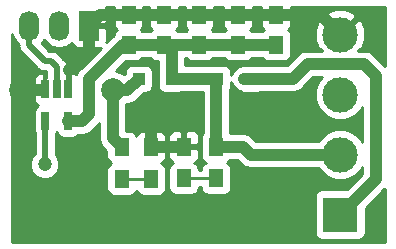
<source format=gbr>
G04 #@! TF.GenerationSoftware,KiCad,Pcbnew,5.0.0-fee4fd1~66~ubuntu18.04.1*
G04 #@! TF.CreationDate,2018-10-07T19:31:30+08:00*
G04 #@! TF.ProjectId,ws2812-stm32-interface,7773323831322D73746D33322D696E74,rev?*
G04 #@! TF.SameCoordinates,Original*
G04 #@! TF.FileFunction,Copper,L1,Top,Signal*
G04 #@! TF.FilePolarity,Positive*
%FSLAX46Y46*%
G04 Gerber Fmt 4.6, Leading zero omitted, Abs format (unit mm)*
G04 Created by KiCad (PCBNEW 5.0.0-fee4fd1~66~ubuntu18.04.1) date Sun Oct  7 19:31:30 2018*
%MOMM*%
%LPD*%
G01*
G04 APERTURE LIST*
G04 #@! TA.AperFunction,ComponentPad*
%ADD10C,3.000000*%
G04 #@! TD*
G04 #@! TA.AperFunction,ComponentPad*
%ADD11R,3.000000X3.000000*%
G04 #@! TD*
G04 #@! TA.AperFunction,SMDPad,CuDef*
%ADD12R,1.250000X1.500000*%
G04 #@! TD*
G04 #@! TA.AperFunction,SMDPad,CuDef*
%ADD13R,1.100000X1.100000*%
G04 #@! TD*
G04 #@! TA.AperFunction,SMDPad,CuDef*
%ADD14R,1.300000X1.500000*%
G04 #@! TD*
G04 #@! TA.AperFunction,SMDPad,CuDef*
%ADD15R,0.650000X1.560000*%
G04 #@! TD*
G04 #@! TA.AperFunction,ComponentPad*
%ADD16O,1.700000X2.540000*%
G04 #@! TD*
G04 #@! TA.AperFunction,ComponentPad*
%ADD17R,1.700000X2.500000*%
G04 #@! TD*
G04 #@! TA.AperFunction,ViaPad*
%ADD18C,2.000000*%
G04 #@! TD*
G04 #@! TA.AperFunction,ViaPad*
%ADD19C,0.800000*%
G04 #@! TD*
G04 #@! TA.AperFunction,ViaPad*
%ADD20C,1.200000*%
G04 #@! TD*
G04 #@! TA.AperFunction,Conductor*
%ADD21C,0.500000*%
G04 #@! TD*
G04 #@! TA.AperFunction,Conductor*
%ADD22C,1.000000*%
G04 #@! TD*
G04 #@! TA.AperFunction,Conductor*
%ADD23C,0.250000*%
G04 #@! TD*
G04 #@! TA.AperFunction,Conductor*
%ADD24C,0.254000*%
G04 #@! TD*
G04 APERTURE END LIST*
D10*
G04 #@! TO.P,J2,4*
G04 #@! TO.N,GND*
X48250000Y-15760000D03*
D11*
G04 #@! TO.P,J2,1*
G04 #@! TO.N,V_EXT_LED*
X48250000Y-31000000D03*
D10*
G04 #@! TO.P,J2,3*
G04 #@! TO.N,/PWM_TO_LED*
X48250000Y-20840000D03*
G04 #@! TO.P,J2,2*
G04 #@! TO.N,VCC*
X48250000Y-25920000D03*
G04 #@! TD*
D12*
G04 #@! TO.P,C5,2*
G04 #@! TO.N,GND*
X30337702Y-14112568D03*
G04 #@! TO.P,C5,1*
G04 #@! TO.N,VCC*
X30337702Y-16612568D03*
G04 #@! TD*
G04 #@! TO.P,C4,1*
G04 #@! TO.N,VCC*
X33337702Y-16612568D03*
G04 #@! TO.P,C4,2*
G04 #@! TO.N,GND*
X33337702Y-14112568D03*
G04 #@! TD*
G04 #@! TO.P,C3,2*
G04 #@! TO.N,GND*
X36337702Y-14112568D03*
G04 #@! TO.P,C3,1*
G04 #@! TO.N,VCC*
X36337702Y-16612568D03*
G04 #@! TD*
G04 #@! TO.P,C2,1*
G04 #@! TO.N,VCC*
X39587702Y-16612568D03*
G04 #@! TO.P,C2,2*
G04 #@! TO.N,GND*
X39587702Y-14112568D03*
G04 #@! TD*
G04 #@! TO.P,C1,2*
G04 #@! TO.N,GND*
X42837702Y-14112568D03*
G04 #@! TO.P,C1,1*
G04 #@! TO.N,VCC*
X42837702Y-16612568D03*
G04 #@! TD*
D13*
G04 #@! TO.P,D2,1*
G04 #@! TO.N,VCC*
X37850000Y-19500000D03*
G04 #@! TO.P,D2,2*
G04 #@! TO.N,V_EXT_LED*
X40650000Y-19500000D03*
G04 #@! TD*
G04 #@! TO.P,D1,2*
G04 #@! TO.N,+5V*
X31200000Y-19500000D03*
G04 #@! TO.P,D1,1*
G04 #@! TO.N,VCC*
X34000000Y-19500000D03*
G04 #@! TD*
D14*
G04 #@! TO.P,D4,1*
G04 #@! TO.N,GND*
X35000000Y-25250000D03*
G04 #@! TO.P,D4,2*
G04 #@! TO.N,Net-(D4-Pad2)*
X35000000Y-27950000D03*
G04 #@! TD*
G04 #@! TO.P,D3,2*
G04 #@! TO.N,Net-(D3-Pad2)*
X32250000Y-28000000D03*
G04 #@! TO.P,D3,1*
G04 #@! TO.N,GND*
X32250000Y-25300000D03*
G04 #@! TD*
G04 #@! TO.P,R2,1*
G04 #@! TO.N,VCC*
X37750000Y-25250000D03*
G04 #@! TO.P,R2,2*
G04 #@! TO.N,Net-(D4-Pad2)*
X37750000Y-27950000D03*
G04 #@! TD*
G04 #@! TO.P,R1,2*
G04 #@! TO.N,Net-(D3-Pad2)*
X29750000Y-28000000D03*
G04 #@! TO.P,R1,1*
G04 #@! TO.N,+5V*
X29750000Y-25300000D03*
G04 #@! TD*
D15*
G04 #@! TO.P,U1,5*
G04 #@! TO.N,VCC*
X25200000Y-23100000D03*
G04 #@! TO.P,U1,4*
G04 #@! TO.N,/PWM_TO_LED*
X23300000Y-23100000D03*
G04 #@! TO.P,U1,3*
G04 #@! TO.N,GND*
X23300000Y-20400000D03*
G04 #@! TO.P,U1,2*
G04 #@! TO.N,/MCU_LED_PWM*
X24250000Y-20400000D03*
G04 #@! TO.P,U1,1*
G04 #@! TO.N,GND*
X25200000Y-20400000D03*
G04 #@! TD*
D16*
G04 #@! TO.P,J1,3*
G04 #@! TO.N,/MCU_LED_PWM*
X21920000Y-15000000D03*
G04 #@! TO.P,J1,2*
G04 #@! TO.N,+5V*
X24460000Y-15000000D03*
D17*
G04 #@! TO.P,J1,1*
G04 #@! TO.N,GND*
X27000000Y-15000000D03*
G04 #@! TD*
D18*
G04 #@! TO.N,+5V*
X29000000Y-20500000D03*
G04 #@! TO.N,GND*
X31250000Y-22750000D03*
X21250000Y-20500000D03*
D19*
X40500000Y-23000000D03*
D20*
G04 #@! TO.N,/PWM_TO_LED*
X23250000Y-26750000D03*
G04 #@! TD*
D21*
G04 #@! TO.N,/MCU_LED_PWM*
X21920000Y-15000000D02*
X21920000Y-16670000D01*
X21920000Y-16670000D02*
X23250000Y-18000000D01*
X23250000Y-18000000D02*
X23750000Y-18000000D01*
X24250000Y-18500000D02*
X24250000Y-20400000D01*
X23750000Y-18000000D02*
X24250000Y-18500000D01*
D22*
G04 #@! TO.N,+5V*
X30200000Y-20500000D02*
X31200000Y-19500000D01*
X29000000Y-20500000D02*
X30200000Y-20500000D01*
X29000000Y-24550000D02*
X29750000Y-25300000D01*
X29000000Y-20500000D02*
X29000000Y-24550000D01*
G04 #@! TO.N,GND*
X30337702Y-14112568D02*
X33337702Y-14112568D01*
X33337702Y-14112568D02*
X36337702Y-14112568D01*
X36337702Y-14112568D02*
X39587702Y-14112568D01*
X39587702Y-14112568D02*
X42837702Y-14112568D01*
X46602568Y-14112568D02*
X48250000Y-15760000D01*
X42837702Y-14112568D02*
X46602568Y-14112568D01*
X27887432Y-14112568D02*
X27000000Y-15000000D01*
X30337702Y-14112568D02*
X27887432Y-14112568D01*
D21*
X25275001Y-18724999D02*
X25275001Y-20400000D01*
D22*
X27000000Y-15000000D02*
X27000000Y-17000000D01*
X27000000Y-17000000D02*
X25275001Y-18724999D01*
X34950000Y-25300000D02*
X35000000Y-25250000D01*
X32250000Y-25300000D02*
X34950000Y-25300000D01*
X32250000Y-25300000D02*
X32250000Y-23750000D01*
X32250000Y-23750000D02*
X31250000Y-22750000D01*
X21250000Y-20500000D02*
X22750000Y-20500000D01*
D21*
X23124999Y-20500000D02*
X23224999Y-20400000D01*
D22*
X21250000Y-20500000D02*
X23124999Y-20500000D01*
G04 #@! TO.N,VCC*
X30337702Y-16612568D02*
X33337702Y-16612568D01*
X33337702Y-16612568D02*
X36337702Y-16612568D01*
X36337702Y-16612568D02*
X39587702Y-16612568D01*
X39587702Y-16612568D02*
X42837702Y-16612568D01*
X29887432Y-16612568D02*
X30337702Y-16612568D01*
X27000000Y-19500000D02*
X29887432Y-16612568D01*
X27000000Y-22500000D02*
X27000000Y-19500000D01*
X25200000Y-23100000D02*
X26400000Y-23100000D01*
X26400000Y-23100000D02*
X27000000Y-22500000D01*
X34000000Y-19500000D02*
X37350000Y-19500000D01*
X48250000Y-25920000D02*
X40670000Y-25920000D01*
X40000000Y-25250000D02*
X38750000Y-25250000D01*
X40000000Y-25250000D02*
X40670000Y-25920000D01*
X37750000Y-25250000D02*
X40000000Y-25250000D01*
X37750000Y-19600000D02*
X37850000Y-19500000D01*
X37750000Y-25250000D02*
X37750000Y-19600000D01*
X34000000Y-17274866D02*
X33337702Y-16612568D01*
X34000000Y-19500000D02*
X34000000Y-17274866D01*
D21*
G04 #@! TO.N,/PWM_TO_LED*
X23300000Y-26700000D02*
X23250000Y-26750000D01*
X23300000Y-23100000D02*
X23300000Y-26700000D01*
D23*
G04 #@! TO.N,Net-(D3-Pad2)*
X29750000Y-28000000D02*
X32250000Y-28000000D01*
G04 #@! TO.N,Net-(D4-Pad2)*
X35000000Y-27950000D02*
X37750000Y-27950000D01*
D22*
G04 #@! TO.N,V_EXT_LED*
X40150000Y-19500000D02*
X44250000Y-19500000D01*
X44250000Y-19500000D02*
X45500000Y-18250000D01*
X45500000Y-18250000D02*
X50250000Y-18250000D01*
X50250000Y-18250000D02*
X51250000Y-19250000D01*
X51250000Y-28000000D02*
X48250000Y-31000000D01*
X51250000Y-19250000D02*
X51250000Y-28000000D01*
G04 #@! TD*
D24*
G04 #@! TO.N,GND*
G36*
X20521161Y-15999417D02*
X20849375Y-16490625D01*
X21029414Y-16610923D01*
X21017663Y-16670000D01*
X21086348Y-17015309D01*
X21232576Y-17234154D01*
X21232578Y-17234156D01*
X21281952Y-17308049D01*
X21355845Y-17357423D01*
X22562577Y-18564156D01*
X22611951Y-18638049D01*
X22685844Y-18687423D01*
X22685845Y-18687424D01*
X22741586Y-18724669D01*
X22904690Y-18833652D01*
X23162835Y-18885000D01*
X23162840Y-18885000D01*
X23249999Y-18902337D01*
X23337159Y-18885000D01*
X23365000Y-18885000D01*
X23365000Y-19315129D01*
X23326843Y-19372235D01*
X23277560Y-19620000D01*
X23277560Y-20547000D01*
X23173000Y-20547000D01*
X23173000Y-20527000D01*
X22498750Y-20527000D01*
X22340000Y-20685750D01*
X22340000Y-21306309D01*
X22436673Y-21539698D01*
X22615301Y-21718327D01*
X22687648Y-21748294D01*
X22517191Y-21862191D01*
X22376843Y-22072235D01*
X22327560Y-22320000D01*
X22327560Y-23880000D01*
X22376843Y-24127765D01*
X22415000Y-24184871D01*
X22415001Y-25838446D01*
X22203018Y-26050429D01*
X22015000Y-26504343D01*
X22015000Y-26995657D01*
X22203018Y-27449571D01*
X22550429Y-27796982D01*
X23004343Y-27985000D01*
X23495657Y-27985000D01*
X23949571Y-27796982D01*
X24296982Y-27449571D01*
X24485000Y-26995657D01*
X24485000Y-26504343D01*
X24296982Y-26050429D01*
X24185000Y-25938447D01*
X24185000Y-24184871D01*
X24223157Y-24127765D01*
X24250000Y-23992815D01*
X24276843Y-24127765D01*
X24417191Y-24337809D01*
X24627235Y-24478157D01*
X24875000Y-24527440D01*
X25525000Y-24527440D01*
X25772765Y-24478157D01*
X25982809Y-24337809D01*
X26051504Y-24235000D01*
X26288217Y-24235000D01*
X26400000Y-24257235D01*
X26511783Y-24235000D01*
X26842855Y-24169146D01*
X27218289Y-23918289D01*
X27281613Y-23823518D01*
X27723519Y-23381612D01*
X27818289Y-23318289D01*
X27865001Y-23248380D01*
X27865001Y-24438212D01*
X27842765Y-24550000D01*
X27930854Y-24992854D01*
X27996085Y-25090478D01*
X28181712Y-25368289D01*
X28276479Y-25431611D01*
X28452560Y-25607691D01*
X28452560Y-26050000D01*
X28501843Y-26297765D01*
X28642191Y-26507809D01*
X28852235Y-26648157D01*
X28861500Y-26650000D01*
X28852235Y-26651843D01*
X28642191Y-26792191D01*
X28501843Y-27002235D01*
X28452560Y-27250000D01*
X28452560Y-28750000D01*
X28501843Y-28997765D01*
X28642191Y-29207809D01*
X28852235Y-29348157D01*
X29100000Y-29397440D01*
X30400000Y-29397440D01*
X30647765Y-29348157D01*
X30857809Y-29207809D01*
X30998157Y-28997765D01*
X31000000Y-28988500D01*
X31001843Y-28997765D01*
X31142191Y-29207809D01*
X31352235Y-29348157D01*
X31600000Y-29397440D01*
X32900000Y-29397440D01*
X33147765Y-29348157D01*
X33357809Y-29207809D01*
X33498157Y-28997765D01*
X33547440Y-28750000D01*
X33547440Y-27250000D01*
X33498157Y-27002235D01*
X33357809Y-26792191D01*
X33147765Y-26651843D01*
X33119791Y-26646279D01*
X33259699Y-26588327D01*
X33438327Y-26409698D01*
X33535000Y-26176309D01*
X33535000Y-25585750D01*
X33376250Y-25427000D01*
X32377000Y-25427000D01*
X32377000Y-25447000D01*
X32123000Y-25447000D01*
X32123000Y-25427000D01*
X32103000Y-25427000D01*
X32103000Y-25173000D01*
X32123000Y-25173000D01*
X32123000Y-24073750D01*
X32377000Y-24073750D01*
X32377000Y-25173000D01*
X33376250Y-25173000D01*
X33535000Y-25014250D01*
X33535000Y-24423691D01*
X33514290Y-24373691D01*
X33715000Y-24373691D01*
X33715000Y-24964250D01*
X33873750Y-25123000D01*
X34873000Y-25123000D01*
X34873000Y-24023750D01*
X35127000Y-24023750D01*
X35127000Y-25123000D01*
X36126250Y-25123000D01*
X36285000Y-24964250D01*
X36285000Y-24373691D01*
X36188327Y-24140302D01*
X36009699Y-23961673D01*
X35776310Y-23865000D01*
X35285750Y-23865000D01*
X35127000Y-24023750D01*
X34873000Y-24023750D01*
X34714250Y-23865000D01*
X34223690Y-23865000D01*
X33990301Y-23961673D01*
X33811673Y-24140302D01*
X33715000Y-24373691D01*
X33514290Y-24373691D01*
X33438327Y-24190302D01*
X33259699Y-24011673D01*
X33026310Y-23915000D01*
X32535750Y-23915000D01*
X32377000Y-24073750D01*
X32123000Y-24073750D01*
X31964250Y-23915000D01*
X31473690Y-23915000D01*
X31240301Y-24011673D01*
X31061673Y-24190302D01*
X31003721Y-24330209D01*
X30998157Y-24302235D01*
X30857809Y-24092191D01*
X30647765Y-23951843D01*
X30400000Y-23902560D01*
X30135000Y-23902560D01*
X30135000Y-21677239D01*
X30162469Y-21649770D01*
X30200000Y-21657235D01*
X30311783Y-21635000D01*
X30642855Y-21569146D01*
X31018289Y-21318289D01*
X31081612Y-21223519D01*
X31607692Y-20697440D01*
X31750000Y-20697440D01*
X31997765Y-20648157D01*
X32207809Y-20507809D01*
X32348157Y-20297765D01*
X32397440Y-20050000D01*
X32397440Y-18950000D01*
X32348157Y-18702235D01*
X32207809Y-18492191D01*
X31997765Y-18351843D01*
X31750000Y-18302560D01*
X30650000Y-18302560D01*
X30402235Y-18351843D01*
X30192191Y-18492191D01*
X30051843Y-18702235D01*
X30002560Y-18950000D01*
X30002560Y-19092308D01*
X29953553Y-19141314D01*
X29926153Y-19113914D01*
X29325222Y-18865000D01*
X29240132Y-18865000D01*
X30095125Y-18010008D01*
X30962702Y-18010008D01*
X31210467Y-17960725D01*
X31420511Y-17820377D01*
X31469161Y-17747568D01*
X32206243Y-17747568D01*
X32254893Y-17820377D01*
X32464937Y-17960725D01*
X32712702Y-18010008D01*
X32865001Y-18010008D01*
X32865000Y-18682544D01*
X32851843Y-18702235D01*
X32802560Y-18950000D01*
X32802560Y-20050000D01*
X32851843Y-20297765D01*
X32992191Y-20507809D01*
X33202235Y-20648157D01*
X33450000Y-20697440D01*
X34550000Y-20697440D01*
X34797765Y-20648157D01*
X34817456Y-20635000D01*
X36615001Y-20635000D01*
X36615000Y-24082885D01*
X36501843Y-24252235D01*
X36452560Y-24500000D01*
X36452560Y-26000000D01*
X36501843Y-26247765D01*
X36642191Y-26457809D01*
X36852235Y-26598157D01*
X36861500Y-26600000D01*
X36852235Y-26601843D01*
X36642191Y-26742191D01*
X36501843Y-26952235D01*
X36454549Y-27190000D01*
X36295451Y-27190000D01*
X36248157Y-26952235D01*
X36107809Y-26742191D01*
X35897765Y-26601843D01*
X35869791Y-26596279D01*
X36009699Y-26538327D01*
X36188327Y-26359698D01*
X36285000Y-26126309D01*
X36285000Y-25535750D01*
X36126250Y-25377000D01*
X35127000Y-25377000D01*
X35127000Y-25397000D01*
X34873000Y-25397000D01*
X34873000Y-25377000D01*
X33873750Y-25377000D01*
X33715000Y-25535750D01*
X33715000Y-26126309D01*
X33811673Y-26359698D01*
X33990301Y-26538327D01*
X34130209Y-26596279D01*
X34102235Y-26601843D01*
X33892191Y-26742191D01*
X33751843Y-26952235D01*
X33702560Y-27200000D01*
X33702560Y-28700000D01*
X33751843Y-28947765D01*
X33892191Y-29157809D01*
X34102235Y-29298157D01*
X34350000Y-29347440D01*
X35650000Y-29347440D01*
X35897765Y-29298157D01*
X36107809Y-29157809D01*
X36248157Y-28947765D01*
X36295451Y-28710000D01*
X36454549Y-28710000D01*
X36501843Y-28947765D01*
X36642191Y-29157809D01*
X36852235Y-29298157D01*
X37100000Y-29347440D01*
X38400000Y-29347440D01*
X38647765Y-29298157D01*
X38857809Y-29157809D01*
X38998157Y-28947765D01*
X39047440Y-28700000D01*
X39047440Y-27200000D01*
X38998157Y-26952235D01*
X38857809Y-26742191D01*
X38647765Y-26601843D01*
X38638500Y-26600000D01*
X38647765Y-26598157D01*
X38857809Y-26457809D01*
X38906459Y-26385000D01*
X39529869Y-26385000D01*
X39788387Y-26643518D01*
X39851711Y-26738289D01*
X40171904Y-26952235D01*
X40227145Y-26989146D01*
X40669999Y-27077235D01*
X40781782Y-27055000D01*
X46409225Y-27055000D01*
X46440034Y-27129380D01*
X47040620Y-27729966D01*
X47825322Y-28055000D01*
X48674678Y-28055000D01*
X49459380Y-27729966D01*
X50059966Y-27129380D01*
X50115001Y-26996514D01*
X50115001Y-27529867D01*
X48792309Y-28852560D01*
X46750000Y-28852560D01*
X46502235Y-28901843D01*
X46292191Y-29042191D01*
X46151843Y-29252235D01*
X46102560Y-29500000D01*
X46102560Y-32500000D01*
X46151843Y-32747765D01*
X46292191Y-32957809D01*
X46502235Y-33098157D01*
X46750000Y-33147440D01*
X49750000Y-33147440D01*
X49997765Y-33098157D01*
X50207809Y-32957809D01*
X50348157Y-32747765D01*
X50397440Y-32500000D01*
X50397440Y-30457691D01*
X51973521Y-28881611D01*
X52040000Y-28837191D01*
X52040000Y-33290000D01*
X20460000Y-33290000D01*
X20460000Y-19493691D01*
X22340000Y-19493691D01*
X22340000Y-20114250D01*
X22498750Y-20273000D01*
X23173000Y-20273000D01*
X23173000Y-19143750D01*
X23014250Y-18985000D01*
X22848690Y-18985000D01*
X22615301Y-19081673D01*
X22436673Y-19260302D01*
X22340000Y-19493691D01*
X20460000Y-19493691D01*
X20460000Y-15691939D01*
X20521161Y-15999417D01*
X20521161Y-15999417D01*
G37*
X20521161Y-15999417D02*
X20849375Y-16490625D01*
X21029414Y-16610923D01*
X21017663Y-16670000D01*
X21086348Y-17015309D01*
X21232576Y-17234154D01*
X21232578Y-17234156D01*
X21281952Y-17308049D01*
X21355845Y-17357423D01*
X22562577Y-18564156D01*
X22611951Y-18638049D01*
X22685844Y-18687423D01*
X22685845Y-18687424D01*
X22741586Y-18724669D01*
X22904690Y-18833652D01*
X23162835Y-18885000D01*
X23162840Y-18885000D01*
X23249999Y-18902337D01*
X23337159Y-18885000D01*
X23365000Y-18885000D01*
X23365000Y-19315129D01*
X23326843Y-19372235D01*
X23277560Y-19620000D01*
X23277560Y-20547000D01*
X23173000Y-20547000D01*
X23173000Y-20527000D01*
X22498750Y-20527000D01*
X22340000Y-20685750D01*
X22340000Y-21306309D01*
X22436673Y-21539698D01*
X22615301Y-21718327D01*
X22687648Y-21748294D01*
X22517191Y-21862191D01*
X22376843Y-22072235D01*
X22327560Y-22320000D01*
X22327560Y-23880000D01*
X22376843Y-24127765D01*
X22415000Y-24184871D01*
X22415001Y-25838446D01*
X22203018Y-26050429D01*
X22015000Y-26504343D01*
X22015000Y-26995657D01*
X22203018Y-27449571D01*
X22550429Y-27796982D01*
X23004343Y-27985000D01*
X23495657Y-27985000D01*
X23949571Y-27796982D01*
X24296982Y-27449571D01*
X24485000Y-26995657D01*
X24485000Y-26504343D01*
X24296982Y-26050429D01*
X24185000Y-25938447D01*
X24185000Y-24184871D01*
X24223157Y-24127765D01*
X24250000Y-23992815D01*
X24276843Y-24127765D01*
X24417191Y-24337809D01*
X24627235Y-24478157D01*
X24875000Y-24527440D01*
X25525000Y-24527440D01*
X25772765Y-24478157D01*
X25982809Y-24337809D01*
X26051504Y-24235000D01*
X26288217Y-24235000D01*
X26400000Y-24257235D01*
X26511783Y-24235000D01*
X26842855Y-24169146D01*
X27218289Y-23918289D01*
X27281613Y-23823518D01*
X27723519Y-23381612D01*
X27818289Y-23318289D01*
X27865001Y-23248380D01*
X27865001Y-24438212D01*
X27842765Y-24550000D01*
X27930854Y-24992854D01*
X27996085Y-25090478D01*
X28181712Y-25368289D01*
X28276479Y-25431611D01*
X28452560Y-25607691D01*
X28452560Y-26050000D01*
X28501843Y-26297765D01*
X28642191Y-26507809D01*
X28852235Y-26648157D01*
X28861500Y-26650000D01*
X28852235Y-26651843D01*
X28642191Y-26792191D01*
X28501843Y-27002235D01*
X28452560Y-27250000D01*
X28452560Y-28750000D01*
X28501843Y-28997765D01*
X28642191Y-29207809D01*
X28852235Y-29348157D01*
X29100000Y-29397440D01*
X30400000Y-29397440D01*
X30647765Y-29348157D01*
X30857809Y-29207809D01*
X30998157Y-28997765D01*
X31000000Y-28988500D01*
X31001843Y-28997765D01*
X31142191Y-29207809D01*
X31352235Y-29348157D01*
X31600000Y-29397440D01*
X32900000Y-29397440D01*
X33147765Y-29348157D01*
X33357809Y-29207809D01*
X33498157Y-28997765D01*
X33547440Y-28750000D01*
X33547440Y-27250000D01*
X33498157Y-27002235D01*
X33357809Y-26792191D01*
X33147765Y-26651843D01*
X33119791Y-26646279D01*
X33259699Y-26588327D01*
X33438327Y-26409698D01*
X33535000Y-26176309D01*
X33535000Y-25585750D01*
X33376250Y-25427000D01*
X32377000Y-25427000D01*
X32377000Y-25447000D01*
X32123000Y-25447000D01*
X32123000Y-25427000D01*
X32103000Y-25427000D01*
X32103000Y-25173000D01*
X32123000Y-25173000D01*
X32123000Y-24073750D01*
X32377000Y-24073750D01*
X32377000Y-25173000D01*
X33376250Y-25173000D01*
X33535000Y-25014250D01*
X33535000Y-24423691D01*
X33514290Y-24373691D01*
X33715000Y-24373691D01*
X33715000Y-24964250D01*
X33873750Y-25123000D01*
X34873000Y-25123000D01*
X34873000Y-24023750D01*
X35127000Y-24023750D01*
X35127000Y-25123000D01*
X36126250Y-25123000D01*
X36285000Y-24964250D01*
X36285000Y-24373691D01*
X36188327Y-24140302D01*
X36009699Y-23961673D01*
X35776310Y-23865000D01*
X35285750Y-23865000D01*
X35127000Y-24023750D01*
X34873000Y-24023750D01*
X34714250Y-23865000D01*
X34223690Y-23865000D01*
X33990301Y-23961673D01*
X33811673Y-24140302D01*
X33715000Y-24373691D01*
X33514290Y-24373691D01*
X33438327Y-24190302D01*
X33259699Y-24011673D01*
X33026310Y-23915000D01*
X32535750Y-23915000D01*
X32377000Y-24073750D01*
X32123000Y-24073750D01*
X31964250Y-23915000D01*
X31473690Y-23915000D01*
X31240301Y-24011673D01*
X31061673Y-24190302D01*
X31003721Y-24330209D01*
X30998157Y-24302235D01*
X30857809Y-24092191D01*
X30647765Y-23951843D01*
X30400000Y-23902560D01*
X30135000Y-23902560D01*
X30135000Y-21677239D01*
X30162469Y-21649770D01*
X30200000Y-21657235D01*
X30311783Y-21635000D01*
X30642855Y-21569146D01*
X31018289Y-21318289D01*
X31081612Y-21223519D01*
X31607692Y-20697440D01*
X31750000Y-20697440D01*
X31997765Y-20648157D01*
X32207809Y-20507809D01*
X32348157Y-20297765D01*
X32397440Y-20050000D01*
X32397440Y-18950000D01*
X32348157Y-18702235D01*
X32207809Y-18492191D01*
X31997765Y-18351843D01*
X31750000Y-18302560D01*
X30650000Y-18302560D01*
X30402235Y-18351843D01*
X30192191Y-18492191D01*
X30051843Y-18702235D01*
X30002560Y-18950000D01*
X30002560Y-19092308D01*
X29953553Y-19141314D01*
X29926153Y-19113914D01*
X29325222Y-18865000D01*
X29240132Y-18865000D01*
X30095125Y-18010008D01*
X30962702Y-18010008D01*
X31210467Y-17960725D01*
X31420511Y-17820377D01*
X31469161Y-17747568D01*
X32206243Y-17747568D01*
X32254893Y-17820377D01*
X32464937Y-17960725D01*
X32712702Y-18010008D01*
X32865001Y-18010008D01*
X32865000Y-18682544D01*
X32851843Y-18702235D01*
X32802560Y-18950000D01*
X32802560Y-20050000D01*
X32851843Y-20297765D01*
X32992191Y-20507809D01*
X33202235Y-20648157D01*
X33450000Y-20697440D01*
X34550000Y-20697440D01*
X34797765Y-20648157D01*
X34817456Y-20635000D01*
X36615001Y-20635000D01*
X36615000Y-24082885D01*
X36501843Y-24252235D01*
X36452560Y-24500000D01*
X36452560Y-26000000D01*
X36501843Y-26247765D01*
X36642191Y-26457809D01*
X36852235Y-26598157D01*
X36861500Y-26600000D01*
X36852235Y-26601843D01*
X36642191Y-26742191D01*
X36501843Y-26952235D01*
X36454549Y-27190000D01*
X36295451Y-27190000D01*
X36248157Y-26952235D01*
X36107809Y-26742191D01*
X35897765Y-26601843D01*
X35869791Y-26596279D01*
X36009699Y-26538327D01*
X36188327Y-26359698D01*
X36285000Y-26126309D01*
X36285000Y-25535750D01*
X36126250Y-25377000D01*
X35127000Y-25377000D01*
X35127000Y-25397000D01*
X34873000Y-25397000D01*
X34873000Y-25377000D01*
X33873750Y-25377000D01*
X33715000Y-25535750D01*
X33715000Y-26126309D01*
X33811673Y-26359698D01*
X33990301Y-26538327D01*
X34130209Y-26596279D01*
X34102235Y-26601843D01*
X33892191Y-26742191D01*
X33751843Y-26952235D01*
X33702560Y-27200000D01*
X33702560Y-28700000D01*
X33751843Y-28947765D01*
X33892191Y-29157809D01*
X34102235Y-29298157D01*
X34350000Y-29347440D01*
X35650000Y-29347440D01*
X35897765Y-29298157D01*
X36107809Y-29157809D01*
X36248157Y-28947765D01*
X36295451Y-28710000D01*
X36454549Y-28710000D01*
X36501843Y-28947765D01*
X36642191Y-29157809D01*
X36852235Y-29298157D01*
X37100000Y-29347440D01*
X38400000Y-29347440D01*
X38647765Y-29298157D01*
X38857809Y-29157809D01*
X38998157Y-28947765D01*
X39047440Y-28700000D01*
X39047440Y-27200000D01*
X38998157Y-26952235D01*
X38857809Y-26742191D01*
X38647765Y-26601843D01*
X38638500Y-26600000D01*
X38647765Y-26598157D01*
X38857809Y-26457809D01*
X38906459Y-26385000D01*
X39529869Y-26385000D01*
X39788387Y-26643518D01*
X39851711Y-26738289D01*
X40171904Y-26952235D01*
X40227145Y-26989146D01*
X40669999Y-27077235D01*
X40781782Y-27055000D01*
X46409225Y-27055000D01*
X46440034Y-27129380D01*
X47040620Y-27729966D01*
X47825322Y-28055000D01*
X48674678Y-28055000D01*
X49459380Y-27729966D01*
X50059966Y-27129380D01*
X50115001Y-26996514D01*
X50115001Y-27529867D01*
X48792309Y-28852560D01*
X46750000Y-28852560D01*
X46502235Y-28901843D01*
X46292191Y-29042191D01*
X46151843Y-29252235D01*
X46102560Y-29500000D01*
X46102560Y-32500000D01*
X46151843Y-32747765D01*
X46292191Y-32957809D01*
X46502235Y-33098157D01*
X46750000Y-33147440D01*
X49750000Y-33147440D01*
X49997765Y-33098157D01*
X50207809Y-32957809D01*
X50348157Y-32747765D01*
X50397440Y-32500000D01*
X50397440Y-30457691D01*
X51973521Y-28881611D01*
X52040000Y-28837191D01*
X52040000Y-33290000D01*
X20460000Y-33290000D01*
X20460000Y-19493691D01*
X22340000Y-19493691D01*
X22340000Y-20114250D01*
X22498750Y-20273000D01*
X23173000Y-20273000D01*
X23173000Y-19143750D01*
X23014250Y-18985000D01*
X22848690Y-18985000D01*
X22615301Y-19081673D01*
X22436673Y-19260302D01*
X22340000Y-19493691D01*
X20460000Y-19493691D01*
X20460000Y-15691939D01*
X20521161Y-15999417D01*
G36*
X46440034Y-19630620D02*
X46115000Y-20415322D01*
X46115000Y-21264678D01*
X46440034Y-22049380D01*
X47040620Y-22649966D01*
X47825322Y-22975000D01*
X48674678Y-22975000D01*
X49459380Y-22649966D01*
X50059966Y-22049380D01*
X50115000Y-21916515D01*
X50115001Y-24843485D01*
X50059966Y-24710620D01*
X49459380Y-24110034D01*
X48674678Y-23785000D01*
X47825322Y-23785000D01*
X47040620Y-24110034D01*
X46440034Y-24710620D01*
X46409225Y-24785000D01*
X41140131Y-24785000D01*
X40881613Y-24526482D01*
X40818289Y-24431711D01*
X40442855Y-24180854D01*
X40111783Y-24115000D01*
X40000000Y-24092765D01*
X39888217Y-24115000D01*
X38906459Y-24115000D01*
X38885000Y-24082885D01*
X38885000Y-20467115D01*
X38998157Y-20297765D01*
X39047440Y-20050000D01*
X39047440Y-19774871D01*
X39080854Y-19942855D01*
X39331711Y-20318289D01*
X39707145Y-20569146D01*
X39745365Y-20576748D01*
X39852235Y-20648157D01*
X40100000Y-20697440D01*
X41200000Y-20697440D01*
X41447765Y-20648157D01*
X41467456Y-20635000D01*
X44138217Y-20635000D01*
X44250000Y-20657235D01*
X44361783Y-20635000D01*
X44692855Y-20569146D01*
X45068289Y-20318289D01*
X45131613Y-20223518D01*
X45970132Y-19385000D01*
X46685654Y-19385000D01*
X46440034Y-19630620D01*
X46440034Y-19630620D01*
G37*
X46440034Y-19630620D02*
X46115000Y-20415322D01*
X46115000Y-21264678D01*
X46440034Y-22049380D01*
X47040620Y-22649966D01*
X47825322Y-22975000D01*
X48674678Y-22975000D01*
X49459380Y-22649966D01*
X50059966Y-22049380D01*
X50115000Y-21916515D01*
X50115001Y-24843485D01*
X50059966Y-24710620D01*
X49459380Y-24110034D01*
X48674678Y-23785000D01*
X47825322Y-23785000D01*
X47040620Y-24110034D01*
X46440034Y-24710620D01*
X46409225Y-24785000D01*
X41140131Y-24785000D01*
X40881613Y-24526482D01*
X40818289Y-24431711D01*
X40442855Y-24180854D01*
X40111783Y-24115000D01*
X40000000Y-24092765D01*
X39888217Y-24115000D01*
X38906459Y-24115000D01*
X38885000Y-24082885D01*
X38885000Y-20467115D01*
X38998157Y-20297765D01*
X39047440Y-20050000D01*
X39047440Y-19774871D01*
X39080854Y-19942855D01*
X39331711Y-20318289D01*
X39707145Y-20569146D01*
X39745365Y-20576748D01*
X39852235Y-20648157D01*
X40100000Y-20697440D01*
X41200000Y-20697440D01*
X41447765Y-20648157D01*
X41467456Y-20635000D01*
X44138217Y-20635000D01*
X44250000Y-20657235D01*
X44361783Y-20635000D01*
X44692855Y-20569146D01*
X45068289Y-20318289D01*
X45131613Y-20223518D01*
X45970132Y-19385000D01*
X46685654Y-19385000D01*
X46440034Y-19630620D01*
G36*
X29077702Y-13826818D02*
X29236452Y-13985568D01*
X30210702Y-13985568D01*
X30210702Y-13965568D01*
X30464702Y-13965568D01*
X30464702Y-13985568D01*
X31438952Y-13985568D01*
X31597702Y-13826818D01*
X31597702Y-13460000D01*
X32077702Y-13460000D01*
X32077702Y-13826818D01*
X32236452Y-13985568D01*
X33210702Y-13985568D01*
X33210702Y-13965568D01*
X33464702Y-13965568D01*
X33464702Y-13985568D01*
X34438952Y-13985568D01*
X34597702Y-13826818D01*
X34597702Y-13460000D01*
X35077702Y-13460000D01*
X35077702Y-13826818D01*
X35236452Y-13985568D01*
X36210702Y-13985568D01*
X36210702Y-13965568D01*
X36464702Y-13965568D01*
X36464702Y-13985568D01*
X37438952Y-13985568D01*
X37597702Y-13826818D01*
X37597702Y-13460000D01*
X38327702Y-13460000D01*
X38327702Y-13826818D01*
X38486452Y-13985568D01*
X39460702Y-13985568D01*
X39460702Y-13965568D01*
X39714702Y-13965568D01*
X39714702Y-13985568D01*
X40688952Y-13985568D01*
X40847702Y-13826818D01*
X40847702Y-13460000D01*
X41577702Y-13460000D01*
X41577702Y-13826818D01*
X41736452Y-13985568D01*
X42710702Y-13985568D01*
X42710702Y-13965568D01*
X42964702Y-13965568D01*
X42964702Y-13985568D01*
X43938952Y-13985568D01*
X44097702Y-13826818D01*
X44097702Y-13460000D01*
X52040001Y-13460000D01*
X52040001Y-18412809D01*
X51973524Y-18368391D01*
X51131612Y-17526481D01*
X51068289Y-17431711D01*
X50692855Y-17180854D01*
X50361783Y-17115000D01*
X50250000Y-17092765D01*
X50138217Y-17115000D01*
X49784608Y-17115000D01*
X49763972Y-17094364D01*
X50082739Y-16934582D01*
X50392723Y-16143813D01*
X50376497Y-15294613D01*
X50082739Y-14585418D01*
X49763970Y-14425635D01*
X48429605Y-15760000D01*
X48443748Y-15774143D01*
X48264143Y-15953748D01*
X48250000Y-15939605D01*
X48235858Y-15953748D01*
X48056253Y-15774143D01*
X48070395Y-15760000D01*
X46736030Y-14425635D01*
X46417261Y-14585418D01*
X46107277Y-15376187D01*
X46123503Y-16225387D01*
X46417261Y-16934582D01*
X46736028Y-17094364D01*
X46715392Y-17115000D01*
X45611783Y-17115000D01*
X45500000Y-17092765D01*
X45388217Y-17115000D01*
X45057145Y-17180854D01*
X44681711Y-17431711D01*
X44618389Y-17526479D01*
X43779869Y-18365000D01*
X41467456Y-18365000D01*
X41447765Y-18351843D01*
X41200000Y-18302560D01*
X40100000Y-18302560D01*
X39852235Y-18351843D01*
X39745365Y-18423252D01*
X39707145Y-18430854D01*
X39331711Y-18681711D01*
X39080854Y-19057145D01*
X39047440Y-19225129D01*
X39047440Y-18950000D01*
X38998157Y-18702235D01*
X38857809Y-18492191D01*
X38647765Y-18351843D01*
X38400000Y-18302560D01*
X37300000Y-18302560D01*
X37052235Y-18351843D01*
X37032544Y-18365000D01*
X35135000Y-18365000D01*
X35135000Y-17747568D01*
X35206243Y-17747568D01*
X35254893Y-17820377D01*
X35464937Y-17960725D01*
X35712702Y-18010008D01*
X36962702Y-18010008D01*
X37210467Y-17960725D01*
X37420511Y-17820377D01*
X37469161Y-17747568D01*
X38456243Y-17747568D01*
X38504893Y-17820377D01*
X38714937Y-17960725D01*
X38962702Y-18010008D01*
X40212702Y-18010008D01*
X40460467Y-17960725D01*
X40670511Y-17820377D01*
X40719161Y-17747568D01*
X41706243Y-17747568D01*
X41754893Y-17820377D01*
X41964937Y-17960725D01*
X42212702Y-18010008D01*
X43462702Y-18010008D01*
X43710467Y-17960725D01*
X43920511Y-17820377D01*
X44060859Y-17610333D01*
X44110142Y-17362568D01*
X44110142Y-15862568D01*
X44060859Y-15614803D01*
X43920511Y-15404759D01*
X43859382Y-15363914D01*
X44001029Y-15222266D01*
X44097702Y-14988877D01*
X44097702Y-14398318D01*
X43945414Y-14246030D01*
X46915635Y-14246030D01*
X48250000Y-15580395D01*
X49584365Y-14246030D01*
X49424582Y-13927261D01*
X48633813Y-13617277D01*
X47784613Y-13633503D01*
X47075418Y-13927261D01*
X46915635Y-14246030D01*
X43945414Y-14246030D01*
X43938952Y-14239568D01*
X42964702Y-14239568D01*
X42964702Y-14259568D01*
X42710702Y-14259568D01*
X42710702Y-14239568D01*
X41736452Y-14239568D01*
X41577702Y-14398318D01*
X41577702Y-14988877D01*
X41674375Y-15222266D01*
X41816022Y-15363914D01*
X41754893Y-15404759D01*
X41706243Y-15477568D01*
X40719161Y-15477568D01*
X40670511Y-15404759D01*
X40609382Y-15363914D01*
X40751029Y-15222266D01*
X40847702Y-14988877D01*
X40847702Y-14398318D01*
X40688952Y-14239568D01*
X39714702Y-14239568D01*
X39714702Y-14259568D01*
X39460702Y-14259568D01*
X39460702Y-14239568D01*
X38486452Y-14239568D01*
X38327702Y-14398318D01*
X38327702Y-14988877D01*
X38424375Y-15222266D01*
X38566022Y-15363914D01*
X38504893Y-15404759D01*
X38456243Y-15477568D01*
X37469161Y-15477568D01*
X37420511Y-15404759D01*
X37359382Y-15363914D01*
X37501029Y-15222266D01*
X37597702Y-14988877D01*
X37597702Y-14398318D01*
X37438952Y-14239568D01*
X36464702Y-14239568D01*
X36464702Y-14259568D01*
X36210702Y-14259568D01*
X36210702Y-14239568D01*
X35236452Y-14239568D01*
X35077702Y-14398318D01*
X35077702Y-14988877D01*
X35174375Y-15222266D01*
X35316022Y-15363914D01*
X35254893Y-15404759D01*
X35206243Y-15477568D01*
X34469161Y-15477568D01*
X34420511Y-15404759D01*
X34359382Y-15363914D01*
X34501029Y-15222266D01*
X34597702Y-14988877D01*
X34597702Y-14398318D01*
X34438952Y-14239568D01*
X33464702Y-14239568D01*
X33464702Y-14259568D01*
X33210702Y-14259568D01*
X33210702Y-14239568D01*
X32236452Y-14239568D01*
X32077702Y-14398318D01*
X32077702Y-14988877D01*
X32174375Y-15222266D01*
X32316022Y-15363914D01*
X32254893Y-15404759D01*
X32206243Y-15477568D01*
X31469161Y-15477568D01*
X31420511Y-15404759D01*
X31359382Y-15363914D01*
X31501029Y-15222266D01*
X31597702Y-14988877D01*
X31597702Y-14398318D01*
X31438952Y-14239568D01*
X30464702Y-14239568D01*
X30464702Y-14259568D01*
X30210702Y-14259568D01*
X30210702Y-14239568D01*
X29236452Y-14239568D01*
X29077702Y-14398318D01*
X29077702Y-14988877D01*
X29174375Y-15222266D01*
X29316022Y-15363914D01*
X29254893Y-15404759D01*
X29114545Y-15614803D01*
X29080333Y-15786802D01*
X29069143Y-15794279D01*
X29005823Y-15889044D01*
X28461271Y-16433597D01*
X28485000Y-16376309D01*
X28485000Y-15285750D01*
X28326250Y-15127000D01*
X27127000Y-15127000D01*
X27127000Y-16726250D01*
X27285750Y-16885000D01*
X27976310Y-16885000D01*
X28033597Y-16861271D01*
X26276480Y-18618389D01*
X26181712Y-18681711D01*
X26002447Y-18950000D01*
X25930854Y-19057146D01*
X25919127Y-19116101D01*
X25884699Y-19081673D01*
X25651310Y-18985000D01*
X25485750Y-18985000D01*
X25327000Y-19143750D01*
X25327000Y-20273000D01*
X25347000Y-20273000D01*
X25347000Y-20527000D01*
X25327000Y-20527000D01*
X25327000Y-20547000D01*
X25222440Y-20547000D01*
X25222440Y-19620000D01*
X25173157Y-19372235D01*
X25135000Y-19315129D01*
X25135000Y-18587161D01*
X25152337Y-18500000D01*
X25135000Y-18412839D01*
X25135000Y-18412835D01*
X25083652Y-18154690D01*
X24888049Y-17861951D01*
X24814154Y-17812576D01*
X24437425Y-17435847D01*
X24388049Y-17361951D01*
X24095310Y-17166348D01*
X23837165Y-17115000D01*
X23837161Y-17115000D01*
X23750000Y-17097663D01*
X23662839Y-17115000D01*
X23616579Y-17115000D01*
X22991257Y-16489679D01*
X23190000Y-16192239D01*
X23389375Y-16490625D01*
X23880582Y-16818839D01*
X24460000Y-16934092D01*
X25039417Y-16818839D01*
X25530625Y-16490625D01*
X25550210Y-16461314D01*
X25611673Y-16609698D01*
X25790301Y-16788327D01*
X26023690Y-16885000D01*
X26714250Y-16885000D01*
X26873000Y-16726250D01*
X26873000Y-15127000D01*
X26853000Y-15127000D01*
X26853000Y-14873000D01*
X26873000Y-14873000D01*
X26873000Y-14853000D01*
X27127000Y-14853000D01*
X27127000Y-14873000D01*
X28326250Y-14873000D01*
X28485000Y-14714250D01*
X28485000Y-13623691D01*
X28417197Y-13460000D01*
X29077702Y-13460000D01*
X29077702Y-13826818D01*
X29077702Y-13826818D01*
G37*
X29077702Y-13826818D02*
X29236452Y-13985568D01*
X30210702Y-13985568D01*
X30210702Y-13965568D01*
X30464702Y-13965568D01*
X30464702Y-13985568D01*
X31438952Y-13985568D01*
X31597702Y-13826818D01*
X31597702Y-13460000D01*
X32077702Y-13460000D01*
X32077702Y-13826818D01*
X32236452Y-13985568D01*
X33210702Y-13985568D01*
X33210702Y-13965568D01*
X33464702Y-13965568D01*
X33464702Y-13985568D01*
X34438952Y-13985568D01*
X34597702Y-13826818D01*
X34597702Y-13460000D01*
X35077702Y-13460000D01*
X35077702Y-13826818D01*
X35236452Y-13985568D01*
X36210702Y-13985568D01*
X36210702Y-13965568D01*
X36464702Y-13965568D01*
X36464702Y-13985568D01*
X37438952Y-13985568D01*
X37597702Y-13826818D01*
X37597702Y-13460000D01*
X38327702Y-13460000D01*
X38327702Y-13826818D01*
X38486452Y-13985568D01*
X39460702Y-13985568D01*
X39460702Y-13965568D01*
X39714702Y-13965568D01*
X39714702Y-13985568D01*
X40688952Y-13985568D01*
X40847702Y-13826818D01*
X40847702Y-13460000D01*
X41577702Y-13460000D01*
X41577702Y-13826818D01*
X41736452Y-13985568D01*
X42710702Y-13985568D01*
X42710702Y-13965568D01*
X42964702Y-13965568D01*
X42964702Y-13985568D01*
X43938952Y-13985568D01*
X44097702Y-13826818D01*
X44097702Y-13460000D01*
X52040001Y-13460000D01*
X52040001Y-18412809D01*
X51973524Y-18368391D01*
X51131612Y-17526481D01*
X51068289Y-17431711D01*
X50692855Y-17180854D01*
X50361783Y-17115000D01*
X50250000Y-17092765D01*
X50138217Y-17115000D01*
X49784608Y-17115000D01*
X49763972Y-17094364D01*
X50082739Y-16934582D01*
X50392723Y-16143813D01*
X50376497Y-15294613D01*
X50082739Y-14585418D01*
X49763970Y-14425635D01*
X48429605Y-15760000D01*
X48443748Y-15774143D01*
X48264143Y-15953748D01*
X48250000Y-15939605D01*
X48235858Y-15953748D01*
X48056253Y-15774143D01*
X48070395Y-15760000D01*
X46736030Y-14425635D01*
X46417261Y-14585418D01*
X46107277Y-15376187D01*
X46123503Y-16225387D01*
X46417261Y-16934582D01*
X46736028Y-17094364D01*
X46715392Y-17115000D01*
X45611783Y-17115000D01*
X45500000Y-17092765D01*
X45388217Y-17115000D01*
X45057145Y-17180854D01*
X44681711Y-17431711D01*
X44618389Y-17526479D01*
X43779869Y-18365000D01*
X41467456Y-18365000D01*
X41447765Y-18351843D01*
X41200000Y-18302560D01*
X40100000Y-18302560D01*
X39852235Y-18351843D01*
X39745365Y-18423252D01*
X39707145Y-18430854D01*
X39331711Y-18681711D01*
X39080854Y-19057145D01*
X39047440Y-19225129D01*
X39047440Y-18950000D01*
X38998157Y-18702235D01*
X38857809Y-18492191D01*
X38647765Y-18351843D01*
X38400000Y-18302560D01*
X37300000Y-18302560D01*
X37052235Y-18351843D01*
X37032544Y-18365000D01*
X35135000Y-18365000D01*
X35135000Y-17747568D01*
X35206243Y-17747568D01*
X35254893Y-17820377D01*
X35464937Y-17960725D01*
X35712702Y-18010008D01*
X36962702Y-18010008D01*
X37210467Y-17960725D01*
X37420511Y-17820377D01*
X37469161Y-17747568D01*
X38456243Y-17747568D01*
X38504893Y-17820377D01*
X38714937Y-17960725D01*
X38962702Y-18010008D01*
X40212702Y-18010008D01*
X40460467Y-17960725D01*
X40670511Y-17820377D01*
X40719161Y-17747568D01*
X41706243Y-17747568D01*
X41754893Y-17820377D01*
X41964937Y-17960725D01*
X42212702Y-18010008D01*
X43462702Y-18010008D01*
X43710467Y-17960725D01*
X43920511Y-17820377D01*
X44060859Y-17610333D01*
X44110142Y-17362568D01*
X44110142Y-15862568D01*
X44060859Y-15614803D01*
X43920511Y-15404759D01*
X43859382Y-15363914D01*
X44001029Y-15222266D01*
X44097702Y-14988877D01*
X44097702Y-14398318D01*
X43945414Y-14246030D01*
X46915635Y-14246030D01*
X48250000Y-15580395D01*
X49584365Y-14246030D01*
X49424582Y-13927261D01*
X48633813Y-13617277D01*
X47784613Y-13633503D01*
X47075418Y-13927261D01*
X46915635Y-14246030D01*
X43945414Y-14246030D01*
X43938952Y-14239568D01*
X42964702Y-14239568D01*
X42964702Y-14259568D01*
X42710702Y-14259568D01*
X42710702Y-14239568D01*
X41736452Y-14239568D01*
X41577702Y-14398318D01*
X41577702Y-14988877D01*
X41674375Y-15222266D01*
X41816022Y-15363914D01*
X41754893Y-15404759D01*
X41706243Y-15477568D01*
X40719161Y-15477568D01*
X40670511Y-15404759D01*
X40609382Y-15363914D01*
X40751029Y-15222266D01*
X40847702Y-14988877D01*
X40847702Y-14398318D01*
X40688952Y-14239568D01*
X39714702Y-14239568D01*
X39714702Y-14259568D01*
X39460702Y-14259568D01*
X39460702Y-14239568D01*
X38486452Y-14239568D01*
X38327702Y-14398318D01*
X38327702Y-14988877D01*
X38424375Y-15222266D01*
X38566022Y-15363914D01*
X38504893Y-15404759D01*
X38456243Y-15477568D01*
X37469161Y-15477568D01*
X37420511Y-15404759D01*
X37359382Y-15363914D01*
X37501029Y-15222266D01*
X37597702Y-14988877D01*
X37597702Y-14398318D01*
X37438952Y-14239568D01*
X36464702Y-14239568D01*
X36464702Y-14259568D01*
X36210702Y-14259568D01*
X36210702Y-14239568D01*
X35236452Y-14239568D01*
X35077702Y-14398318D01*
X35077702Y-14988877D01*
X35174375Y-15222266D01*
X35316022Y-15363914D01*
X35254893Y-15404759D01*
X35206243Y-15477568D01*
X34469161Y-15477568D01*
X34420511Y-15404759D01*
X34359382Y-15363914D01*
X34501029Y-15222266D01*
X34597702Y-14988877D01*
X34597702Y-14398318D01*
X34438952Y-14239568D01*
X33464702Y-14239568D01*
X33464702Y-14259568D01*
X33210702Y-14259568D01*
X33210702Y-14239568D01*
X32236452Y-14239568D01*
X32077702Y-14398318D01*
X32077702Y-14988877D01*
X32174375Y-15222266D01*
X32316022Y-15363914D01*
X32254893Y-15404759D01*
X32206243Y-15477568D01*
X31469161Y-15477568D01*
X31420511Y-15404759D01*
X31359382Y-15363914D01*
X31501029Y-15222266D01*
X31597702Y-14988877D01*
X31597702Y-14398318D01*
X31438952Y-14239568D01*
X30464702Y-14239568D01*
X30464702Y-14259568D01*
X30210702Y-14259568D01*
X30210702Y-14239568D01*
X29236452Y-14239568D01*
X29077702Y-14398318D01*
X29077702Y-14988877D01*
X29174375Y-15222266D01*
X29316022Y-15363914D01*
X29254893Y-15404759D01*
X29114545Y-15614803D01*
X29080333Y-15786802D01*
X29069143Y-15794279D01*
X29005823Y-15889044D01*
X28461271Y-16433597D01*
X28485000Y-16376309D01*
X28485000Y-15285750D01*
X28326250Y-15127000D01*
X27127000Y-15127000D01*
X27127000Y-16726250D01*
X27285750Y-16885000D01*
X27976310Y-16885000D01*
X28033597Y-16861271D01*
X26276480Y-18618389D01*
X26181712Y-18681711D01*
X26002447Y-18950000D01*
X25930854Y-19057146D01*
X25919127Y-19116101D01*
X25884699Y-19081673D01*
X25651310Y-18985000D01*
X25485750Y-18985000D01*
X25327000Y-19143750D01*
X25327000Y-20273000D01*
X25347000Y-20273000D01*
X25347000Y-20527000D01*
X25327000Y-20527000D01*
X25327000Y-20547000D01*
X25222440Y-20547000D01*
X25222440Y-19620000D01*
X25173157Y-19372235D01*
X25135000Y-19315129D01*
X25135000Y-18587161D01*
X25152337Y-18500000D01*
X25135000Y-18412839D01*
X25135000Y-18412835D01*
X25083652Y-18154690D01*
X24888049Y-17861951D01*
X24814154Y-17812576D01*
X24437425Y-17435847D01*
X24388049Y-17361951D01*
X24095310Y-17166348D01*
X23837165Y-17115000D01*
X23837161Y-17115000D01*
X23750000Y-17097663D01*
X23662839Y-17115000D01*
X23616579Y-17115000D01*
X22991257Y-16489679D01*
X23190000Y-16192239D01*
X23389375Y-16490625D01*
X23880582Y-16818839D01*
X24460000Y-16934092D01*
X25039417Y-16818839D01*
X25530625Y-16490625D01*
X25550210Y-16461314D01*
X25611673Y-16609698D01*
X25790301Y-16788327D01*
X26023690Y-16885000D01*
X26714250Y-16885000D01*
X26873000Y-16726250D01*
X26873000Y-15127000D01*
X26853000Y-15127000D01*
X26853000Y-14873000D01*
X26873000Y-14873000D01*
X26873000Y-14853000D01*
X27127000Y-14853000D01*
X27127000Y-14873000D01*
X28326250Y-14873000D01*
X28485000Y-14714250D01*
X28485000Y-13623691D01*
X28417197Y-13460000D01*
X29077702Y-13460000D01*
X29077702Y-13826818D01*
G04 #@! TD*
M02*

</source>
